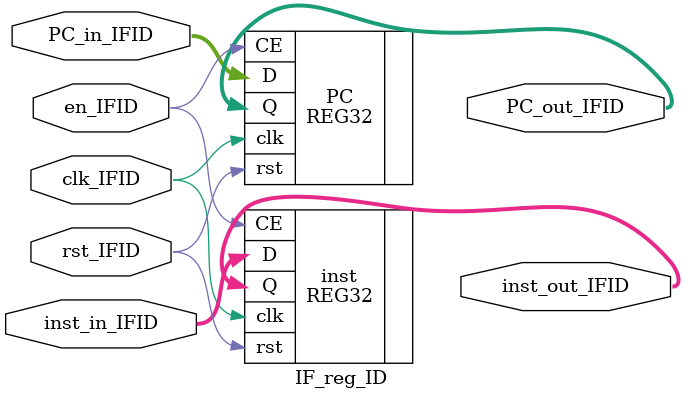
<source format=v>
`timescale 1ns / 1ps


module IF_reg_ID(
    input clk_IFID,
    input rst_IFID,
    input en_IFID,
    input [31:0] PC_in_IFID,
    input [31:0] inst_in_IFID,
    output [31:0] PC_out_IFID,
    output [31:0] inst_out_IFID
    );
    /*两个寄存器：分别存储PC值和指令*/
    REG32 PC(
        .clk(clk_IFID),
        .rst(rst_IFID),
        .CE(en_IFID),
        .D(PC_in_IFID),
        .Q(PC_out_IFID)
    );

    REG32 inst(
        .clk(clk_IFID),
        .rst(rst_IFID),
        .CE(en_IFID),
        .D(inst_in_IFID),
        .Q(inst_out_IFID)
    );
endmodule

</source>
